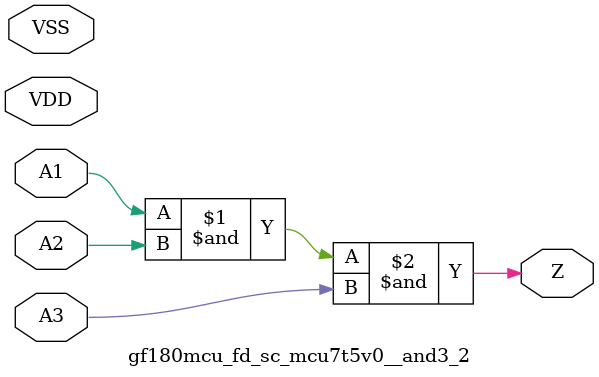
<source format=v>

module gf180mcu_fd_sc_mcu7t5v0__and3_2( A1, A2, A3, Z, VDD, VSS );
input A1, A2, A3;
inout VDD, VSS;
output Z;

	and MGM_BG_0( Z, A1, A2, A3 );

endmodule

</source>
